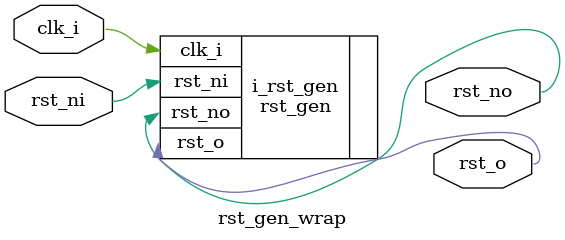
<source format=v>
/**
  * Verilog Wrapper for the Synchronous Reset Generator
  */

module rst_gen_wrap #(
    parameter integer RstClkCycles = 10 // Verilog requires a default value.
) (
    input  clk_i,   // Referenc clock
    input  rst_ni,  // External active-low reset
    output rst_o,   // Active-high reset output
    output rst_no   // Active-low reset output
);

    rst_gen #(
        .RstClkCycles (RstClkCycles)
    ) i_rst_gen (
        .clk_i  (clk_i),
        .rst_ni (rst_ni),
        .rst_o  (rst_o),
        .rst_no (rst_no)
    );

endmodule

</source>
